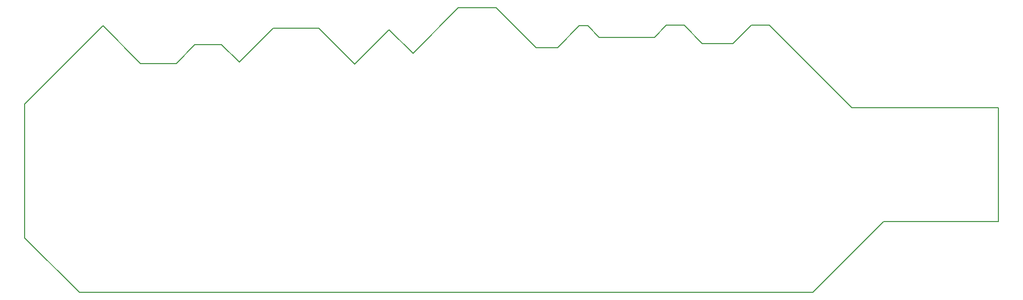
<source format=gbr>
G04 #@! TF.GenerationSoftware,KiCad,Pcbnew,5.0.2-bee76a0~70~ubuntu18.10.1*
G04 #@! TF.CreationDate,2019-05-29T11:20:30+10:00*
G04 #@! TF.ProjectId,ecig,65636967-2e6b-4696-9361-645f70636258,rev?*
G04 #@! TF.SameCoordinates,Original*
G04 #@! TF.FileFunction,Profile,NP*
%FSLAX46Y46*%
G04 Gerber Fmt 4.6, Leading zero omitted, Abs format (unit mm)*
G04 Created by KiCad (PCBNEW 5.0.2-bee76a0~70~ubuntu18.10.1) date Wed 29 May 2019 11:20:30 AEST*
%MOMM*%
%LPD*%
G01*
G04 APERTURE LIST*
%ADD10C,0.150000*%
G04 APERTURE END LIST*
D10*
X67800000Y-113100000D02*
X63000000Y-113100000D01*
X54000000Y-104100000D02*
X63000000Y-113100000D01*
X147000000Y-69100000D02*
X145600000Y-69100000D01*
X142000000Y-72700000D02*
X145600000Y-69100000D01*
X138500000Y-72700000D02*
X142000000Y-72700000D01*
X131900000Y-66100000D02*
X138500000Y-72700000D01*
X125600000Y-66100000D02*
X131900000Y-66100000D01*
X118100000Y-73600000D02*
X125600000Y-66100000D01*
X114200000Y-69700000D02*
X118100000Y-73600000D01*
X108500000Y-75400000D02*
X114200000Y-69700000D01*
X102600000Y-69500000D02*
X108500000Y-75400000D01*
X95000000Y-69500000D02*
X102600000Y-69500000D01*
X89400000Y-75100000D02*
X95000000Y-69500000D01*
X86500000Y-72200000D02*
X89400000Y-75100000D01*
X82100000Y-72200000D02*
X86500000Y-72200000D01*
X79000000Y-75300000D02*
X82100000Y-72200000D01*
X73100000Y-75300000D02*
X79000000Y-75300000D01*
X66900000Y-69100000D02*
X73100000Y-75300000D01*
X195900000Y-101400000D02*
X184200000Y-113100000D01*
X151900000Y-113100000D02*
X184200000Y-113100000D01*
X190600000Y-82600000D02*
X195900000Y-82600000D01*
X177000000Y-69000000D02*
X190600000Y-82600000D01*
X174000000Y-69000000D02*
X177000000Y-69000000D01*
X171000000Y-72000000D02*
X174000000Y-69000000D01*
X165900000Y-72000000D02*
X171000000Y-72000000D01*
X162900000Y-69000000D02*
X165900000Y-72000000D01*
X160000000Y-69000000D02*
X162900000Y-69000000D01*
X158000000Y-71000000D02*
X160000000Y-69000000D01*
X148900000Y-71000000D02*
X158000000Y-71000000D01*
X147000000Y-69100000D02*
X148900000Y-71000000D01*
X66900000Y-69100000D02*
X54000000Y-82000000D01*
X54000000Y-104100000D02*
X54000000Y-82000000D01*
X151900000Y-113100000D02*
X67800000Y-113100000D01*
X214800000Y-101400000D02*
X195900000Y-101400000D01*
X214800000Y-82600000D02*
X195900000Y-82600000D01*
X214800000Y-101400000D02*
X214800000Y-82600000D01*
M02*

</source>
